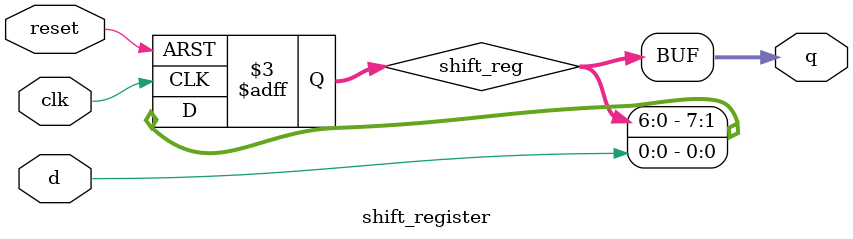
<source format=v>

module shift_register (
    input clk,
    input reset, // Synchronous active-high reset
    input [7:0] d, // Input for the shift register
    output [7:0] q // Output of the shift register
);

    reg [7:0] shift_reg = 0; // 8-bit shift register

    always @(posedge clk, posedge reset) begin
        if (reset) begin
            shift_reg <= 8'b0;
        end else begin
            shift_reg <= {shift_reg[6:0], d[0]};
        end
    end

    assign q = shift_reg;

endmodule

</source>
